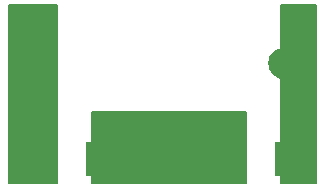
<source format=gts>
G04 #@! TF.GenerationSoftware,KiCad,Pcbnew,5.0.0-rc2*
G04 #@! TF.CreationDate,2019-06-24T22:39:53-04:00*
G04 #@! TF.ProjectId,pcb,7063622E6B696361645F706362000000,rev?*
G04 #@! TF.SameCoordinates,Original*
G04 #@! TF.FileFunction,Soldermask,Top*
G04 #@! TF.FilePolarity,Negative*
%FSLAX46Y46*%
G04 Gerber Fmt 4.6, Leading zero omitted, Abs format (unit mm)*
G04 Created by KiCad (PCBNEW 5.0.0-rc2) date Mon Jun 24 22:39:53 2019*
%MOMM*%
%LPD*%
G01*
G04 APERTURE LIST*
%ADD10C,0.150000*%
%ADD11C,0.100000*%
G04 APERTURE END LIST*
D10*
G36*
X139000000Y-94000000D02*
X139000000Y-79000000D01*
X142000000Y-79000000D01*
X142000000Y-94000000D01*
X139000000Y-94000000D01*
G37*
X139000000Y-94000000D02*
X139000000Y-79000000D01*
X142000000Y-79000000D01*
X142000000Y-94000000D01*
X139000000Y-94000000D01*
G36*
X123000000Y-88000000D02*
X123000000Y-94000000D01*
X136000000Y-94000000D01*
X136000000Y-88000000D01*
X123000000Y-88000000D01*
G37*
X123000000Y-88000000D02*
X123000000Y-94000000D01*
X136000000Y-94000000D01*
X136000000Y-88000000D01*
X123000000Y-88000000D01*
G36*
X116000000Y-79000000D02*
X116000000Y-94000000D01*
X120000000Y-94000000D01*
X120000000Y-79000000D01*
X116000000Y-79000000D01*
G37*
X116000000Y-79000000D02*
X116000000Y-94000000D01*
X120000000Y-94000000D01*
X120000000Y-79000000D01*
X116000000Y-79000000D01*
D11*
G36*
X129488931Y-90388216D02*
X129793976Y-90514570D01*
X129793978Y-90514571D01*
X130068515Y-90698011D01*
X130301989Y-90931485D01*
X130387177Y-91058977D01*
X130485430Y-91206024D01*
X130611784Y-91511069D01*
X130676200Y-91834909D01*
X130676200Y-92165091D01*
X130611784Y-92488931D01*
X130485430Y-92793976D01*
X130485429Y-92793978D01*
X130301989Y-93068515D01*
X130068515Y-93301989D01*
X129793978Y-93485429D01*
X129793977Y-93485430D01*
X129793976Y-93485430D01*
X129488931Y-93611784D01*
X129165091Y-93676200D01*
X128834909Y-93676200D01*
X128511069Y-93611784D01*
X128206024Y-93485430D01*
X128206023Y-93485430D01*
X128206022Y-93485429D01*
X127931485Y-93301989D01*
X127698011Y-93068515D01*
X127514571Y-92793978D01*
X127514570Y-92793976D01*
X127388216Y-92488931D01*
X127323800Y-92165091D01*
X127323800Y-91834909D01*
X127388216Y-91511069D01*
X127514570Y-91206024D01*
X127612824Y-91058977D01*
X127698011Y-90931485D01*
X127931485Y-90698011D01*
X128206022Y-90514571D01*
X128206024Y-90514570D01*
X128511069Y-90388216D01*
X128834909Y-90323800D01*
X129165091Y-90323800D01*
X129488931Y-90388216D01*
X129488931Y-90388216D01*
G37*
G36*
X141476200Y-93476200D02*
X138523800Y-93476200D01*
X138523800Y-90523800D01*
X141476200Y-90523800D01*
X141476200Y-93476200D01*
X141476200Y-93476200D01*
G37*
G36*
X134930593Y-90580529D02*
X135199241Y-90691807D01*
X135199243Y-90691808D01*
X135441023Y-90853360D01*
X135646640Y-91058977D01*
X135744894Y-91206024D01*
X135808193Y-91300759D01*
X135919471Y-91569407D01*
X135976200Y-91854607D01*
X135976200Y-92145393D01*
X135919471Y-92430593D01*
X135808193Y-92699241D01*
X135808192Y-92699243D01*
X135646640Y-92941023D01*
X135441023Y-93146640D01*
X135199243Y-93308192D01*
X135199242Y-93308193D01*
X135199241Y-93308193D01*
X134930593Y-93419471D01*
X134645393Y-93476200D01*
X134354607Y-93476200D01*
X134069407Y-93419471D01*
X133800759Y-93308193D01*
X133800758Y-93308193D01*
X133800757Y-93308192D01*
X133558977Y-93146640D01*
X133353360Y-92941023D01*
X133191808Y-92699243D01*
X133191807Y-92699241D01*
X133080529Y-92430593D01*
X133023800Y-92145393D01*
X133023800Y-91854607D01*
X133080529Y-91569407D01*
X133191807Y-91300759D01*
X133255107Y-91206024D01*
X133353360Y-91058977D01*
X133558977Y-90853360D01*
X133800757Y-90691808D01*
X133800759Y-90691807D01*
X134069407Y-90580529D01*
X134354607Y-90523800D01*
X134645393Y-90523800D01*
X134930593Y-90580529D01*
X134930593Y-90580529D01*
G37*
G36*
X125476200Y-93476200D02*
X122523800Y-93476200D01*
X122523800Y-90523800D01*
X125476200Y-90523800D01*
X125476200Y-93476200D01*
X125476200Y-93476200D01*
G37*
G36*
X118930593Y-90580529D02*
X119199241Y-90691807D01*
X119199243Y-90691808D01*
X119441023Y-90853360D01*
X119646640Y-91058977D01*
X119744894Y-91206024D01*
X119808193Y-91300759D01*
X119919471Y-91569407D01*
X119976200Y-91854607D01*
X119976200Y-92145393D01*
X119919471Y-92430593D01*
X119808193Y-92699241D01*
X119808192Y-92699243D01*
X119646640Y-92941023D01*
X119441023Y-93146640D01*
X119199243Y-93308192D01*
X119199242Y-93308193D01*
X119199241Y-93308193D01*
X118930593Y-93419471D01*
X118645393Y-93476200D01*
X118354607Y-93476200D01*
X118069407Y-93419471D01*
X117800759Y-93308193D01*
X117800758Y-93308193D01*
X117800757Y-93308192D01*
X117558977Y-93146640D01*
X117353360Y-92941023D01*
X117191808Y-92699243D01*
X117191807Y-92699241D01*
X117080529Y-92430593D01*
X117023800Y-92145393D01*
X117023800Y-91854607D01*
X117080529Y-91569407D01*
X117191807Y-91300759D01*
X117255107Y-91206024D01*
X117353360Y-91058977D01*
X117558977Y-90853360D01*
X117800757Y-90691808D01*
X117800759Y-90691807D01*
X118069407Y-90580529D01*
X118354607Y-90523800D01*
X118645393Y-90523800D01*
X118930593Y-90580529D01*
X118930593Y-90580529D01*
G37*
G36*
X141016214Y-82574804D02*
X141016217Y-82574805D01*
X141016218Y-82574805D01*
X141266147Y-82650620D01*
X141496485Y-82773738D01*
X141698375Y-82939425D01*
X141864062Y-83141315D01*
X141987180Y-83371653D01*
X142062996Y-83621586D01*
X142088596Y-83881500D01*
X142062996Y-84141414D01*
X141987180Y-84391347D01*
X141864062Y-84621685D01*
X141698375Y-84823575D01*
X141496485Y-84989262D01*
X141496483Y-84989263D01*
X141266147Y-85112380D01*
X141016218Y-85188195D01*
X141016217Y-85188195D01*
X141016214Y-85188196D01*
X140821437Y-85207380D01*
X139190023Y-85207380D01*
X138995246Y-85188196D01*
X138995243Y-85188195D01*
X138995242Y-85188195D01*
X138745313Y-85112380D01*
X138514977Y-84989263D01*
X138514975Y-84989262D01*
X138313085Y-84823575D01*
X138147398Y-84621685D01*
X138024280Y-84391347D01*
X137948464Y-84141414D01*
X137922864Y-83881500D01*
X137948464Y-83621586D01*
X138024280Y-83371653D01*
X138147398Y-83141315D01*
X138313085Y-82939425D01*
X138514975Y-82773738D01*
X138745313Y-82650620D01*
X138995242Y-82574805D01*
X138995243Y-82574805D01*
X138995246Y-82574804D01*
X139190023Y-82555620D01*
X140821437Y-82555620D01*
X141016214Y-82574804D01*
X141016214Y-82574804D01*
G37*
G36*
X119014734Y-82574804D02*
X119014737Y-82574805D01*
X119014738Y-82574805D01*
X119264667Y-82650620D01*
X119495005Y-82773738D01*
X119696895Y-82939425D01*
X119862582Y-83141315D01*
X119985700Y-83371653D01*
X120061516Y-83621586D01*
X120087116Y-83881500D01*
X120061516Y-84141414D01*
X119985700Y-84391347D01*
X119862582Y-84621685D01*
X119696895Y-84823575D01*
X119495005Y-84989262D01*
X119495003Y-84989263D01*
X119264667Y-85112380D01*
X119014738Y-85188195D01*
X119014737Y-85188195D01*
X119014734Y-85188196D01*
X118819957Y-85207380D01*
X117188543Y-85207380D01*
X116993766Y-85188196D01*
X116993763Y-85188195D01*
X116993762Y-85188195D01*
X116743833Y-85112380D01*
X116513497Y-84989263D01*
X116513495Y-84989262D01*
X116311605Y-84823575D01*
X116145918Y-84621685D01*
X116022800Y-84391347D01*
X115946984Y-84141414D01*
X115921384Y-83881500D01*
X115946984Y-83621586D01*
X116022800Y-83371653D01*
X116145918Y-83141315D01*
X116311605Y-82939425D01*
X116513495Y-82773738D01*
X116743833Y-82650620D01*
X116993762Y-82574805D01*
X116993763Y-82574805D01*
X116993766Y-82574804D01*
X117188543Y-82555620D01*
X118819957Y-82555620D01*
X119014734Y-82574804D01*
X119014734Y-82574804D01*
G37*
M02*

</source>
